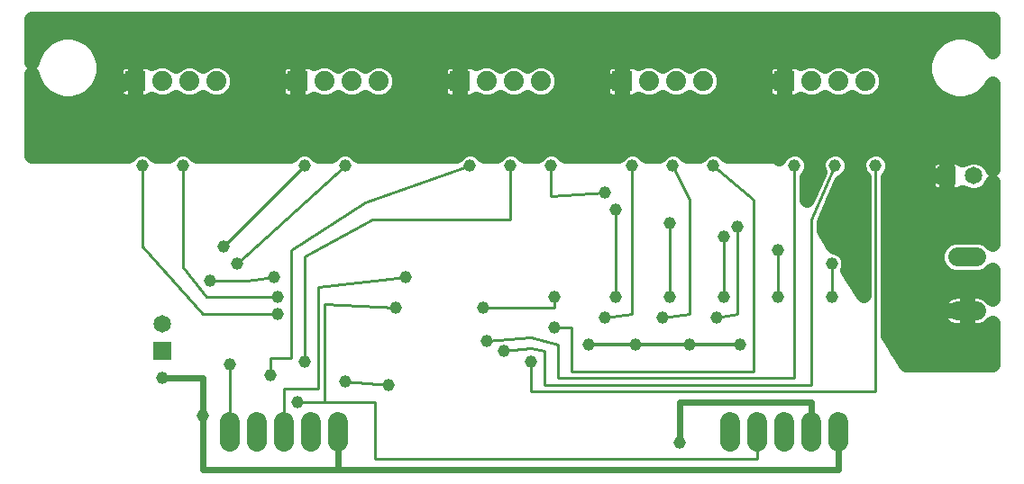
<source format=gbl>
G75*
G70*
%OFA0B0*%
%FSLAX24Y24*%
%IPPOS*%
%LPD*%
%AMOC8*
5,1,8,0,0,1.08239X$1,22.5*
%
%ADD10C,0.0650*%
%ADD11R,0.0650X0.0650*%
%ADD12C,0.0740*%
%ADD13R,0.0740X0.0740*%
%ADD14C,0.0740*%
%ADD15C,0.0710*%
%ADD16C,0.0460*%
%ADD17C,0.0120*%
%ADD18C,0.0240*%
%ADD19C,0.0560*%
%ADD20C,0.0100*%
D10*
X005600Y006100D03*
X035600Y011600D03*
D11*
X034600Y011600D03*
X005600Y005100D03*
D12*
X008100Y002470D02*
X008100Y001730D01*
X009100Y001730D02*
X009100Y002470D01*
X010100Y002470D02*
X010100Y001730D01*
X011100Y001730D02*
X011100Y002470D01*
X012100Y002470D02*
X012100Y001730D01*
X026600Y001730D02*
X026600Y002470D01*
X027600Y002470D02*
X027600Y001730D01*
X028600Y001730D02*
X028600Y002470D01*
X029600Y002470D02*
X029600Y001730D01*
X030600Y001730D02*
X030600Y002470D01*
D13*
X028600Y015100D03*
X022600Y015100D03*
X016600Y015100D03*
X010600Y015100D03*
X004600Y015100D03*
D14*
X005600Y015100D03*
X006600Y015100D03*
X007600Y015100D03*
X011600Y015100D03*
X012600Y015100D03*
X013600Y015100D03*
X017600Y015100D03*
X018600Y015100D03*
X019600Y015100D03*
X023600Y015100D03*
X024600Y015100D03*
X025600Y015100D03*
X029600Y015100D03*
X030600Y015100D03*
X031600Y015100D03*
D15*
X034995Y008600D02*
X035705Y008600D01*
X035705Y006600D02*
X034995Y006600D01*
D16*
X030350Y007100D03*
X028350Y007100D03*
X026350Y007100D03*
X026100Y006350D03*
X026975Y005350D03*
X025100Y005350D03*
X024100Y006350D03*
X024350Y007100D03*
X022350Y007100D03*
X021975Y006350D03*
X021350Y005350D03*
X020100Y005975D03*
X018225Y005100D03*
X017600Y005475D03*
X019225Y004725D03*
X023100Y005350D03*
X020100Y007100D03*
X017475Y006725D03*
X014600Y007850D03*
X014225Y006725D03*
X010850Y004725D03*
X009600Y004225D03*
X008100Y004600D03*
X005600Y004100D03*
X007100Y002725D03*
X010600Y003225D03*
X012350Y003975D03*
X013975Y003850D03*
X009850Y006475D03*
X009850Y007100D03*
X009725Y007850D03*
X008350Y008350D03*
X007350Y007725D03*
X007850Y008975D03*
X006350Y011975D03*
X004850Y011975D03*
X001600Y012600D03*
X010850Y011975D03*
X012350Y011975D03*
X016975Y011975D03*
X018475Y011975D03*
X019975Y011975D03*
X021975Y010975D03*
X022350Y010350D03*
X024350Y009850D03*
X026350Y009350D03*
X026850Y009725D03*
X028350Y008850D03*
X030350Y008350D03*
X030475Y011975D03*
X028975Y011975D03*
X025975Y011975D03*
X024475Y011975D03*
X022975Y011975D03*
X031975Y011975D03*
X024725Y001725D03*
D17*
X025100Y005350D02*
X023100Y005350D01*
X021350Y005350D01*
X025100Y005350D02*
X026975Y005350D01*
D18*
X007100Y002725D02*
X007100Y000725D01*
X012100Y000725D01*
X030600Y000725D01*
X030600Y002100D01*
X029600Y002100D02*
X029600Y003225D01*
X024725Y003225D01*
X024725Y001725D01*
X012100Y002100D02*
X012100Y000725D01*
X007100Y002725D02*
X007100Y004100D01*
X005600Y004100D01*
D19*
X005366Y012350D02*
X005207Y012509D01*
X004975Y012605D01*
X004725Y012605D01*
X004493Y012509D01*
X004334Y012350D01*
X000780Y012350D01*
X000780Y015388D01*
X000861Y015087D01*
X001036Y014783D01*
X001283Y014536D01*
X001587Y014361D01*
X001925Y014270D01*
X002275Y014270D01*
X002613Y014361D01*
X002917Y014536D01*
X003164Y014783D01*
X003339Y015087D01*
X003430Y015425D01*
X003430Y015775D01*
X003339Y016113D01*
X003164Y016417D01*
X002917Y016664D01*
X002613Y016839D01*
X002275Y016930D01*
X001925Y016930D01*
X001587Y016839D01*
X001283Y016664D01*
X001036Y016417D01*
X000861Y016113D01*
X000780Y015812D01*
X000780Y017416D01*
X036290Y017416D01*
X036290Y016199D01*
X036164Y016417D01*
X035917Y016664D01*
X035613Y016839D01*
X035275Y016930D01*
X034925Y016930D01*
X034587Y016839D01*
X034283Y016664D01*
X034036Y016417D01*
X033861Y016113D01*
X033770Y015775D01*
X033770Y015425D01*
X033861Y015087D01*
X034036Y014783D01*
X034283Y014536D01*
X034587Y014361D01*
X034925Y014270D01*
X035275Y014270D01*
X035613Y014361D01*
X035917Y014536D01*
X036164Y014783D01*
X036290Y015001D01*
X036290Y011829D01*
X036215Y012011D01*
X036011Y012215D01*
X035744Y012325D01*
X035456Y012325D01*
X035189Y012215D01*
X035181Y012206D01*
X035167Y012220D01*
X035105Y012262D01*
X035036Y012290D01*
X034962Y012305D01*
X034600Y012305D01*
X034600Y011600D01*
X034600Y011600D01*
X034600Y010895D01*
X034962Y010895D01*
X035036Y010910D01*
X035105Y010938D01*
X035167Y010980D01*
X035181Y010994D01*
X035189Y010985D01*
X035456Y010875D01*
X035744Y010875D01*
X036011Y010985D01*
X036215Y011189D01*
X036290Y011371D01*
X036290Y009083D01*
X036133Y009240D01*
X035855Y009355D01*
X034845Y009355D01*
X034567Y009240D01*
X034355Y009028D01*
X034240Y008750D01*
X034240Y008450D01*
X034355Y008172D01*
X034567Y007960D01*
X034845Y007845D01*
X035855Y007845D01*
X036133Y007960D01*
X036290Y008117D01*
X036290Y007045D01*
X036259Y007086D01*
X036191Y007154D01*
X036114Y007212D01*
X036031Y007261D01*
X035942Y007297D01*
X035849Y007322D01*
X035753Y007335D01*
X035350Y007335D01*
X035350Y006600D01*
X035350Y006600D01*
X035350Y007335D01*
X034947Y007335D01*
X034851Y007322D01*
X034758Y007297D01*
X034669Y007261D01*
X034586Y007212D01*
X034509Y007154D01*
X034441Y007086D01*
X034383Y007009D01*
X034334Y006926D01*
X034298Y006837D01*
X034273Y006744D01*
X034260Y006648D01*
X034260Y006600D01*
X035350Y006600D01*
X035350Y005865D01*
X035753Y005865D01*
X035849Y005878D01*
X035942Y005903D01*
X036031Y005939D01*
X036114Y005988D01*
X036191Y006046D01*
X036259Y006114D01*
X036290Y006155D01*
X036290Y004600D01*
X033100Y004600D01*
X032425Y005701D01*
X032425Y011534D01*
X032509Y011618D01*
X032605Y011850D01*
X032605Y012100D01*
X032509Y012332D01*
X032332Y012509D01*
X032100Y012605D01*
X031850Y012605D01*
X031618Y012509D01*
X031441Y012332D01*
X031345Y012100D01*
X031345Y011850D01*
X031441Y011618D01*
X031525Y011534D01*
X031525Y007170D01*
X030939Y008126D01*
X030980Y008225D01*
X030980Y008475D01*
X030884Y008707D01*
X030707Y008884D01*
X030475Y008980D01*
X030415Y008980D01*
X030050Y009576D01*
X030050Y009881D01*
X030711Y011391D01*
X030832Y011441D01*
X031009Y011618D01*
X031105Y011850D01*
X031105Y012100D01*
X031009Y012332D01*
X030832Y012509D01*
X030600Y012605D01*
X030350Y012605D01*
X030118Y012509D01*
X029941Y012332D01*
X029845Y012100D01*
X029845Y011850D01*
X029886Y011751D01*
X029425Y010698D01*
X029425Y011534D01*
X029509Y011618D01*
X029605Y011850D01*
X029605Y012100D01*
X029509Y012332D01*
X029332Y012509D01*
X029100Y012605D01*
X028850Y012605D01*
X028618Y012509D01*
X028441Y012332D01*
X028409Y012254D01*
X028350Y012350D01*
X026491Y012350D01*
X026332Y012509D01*
X026100Y012605D01*
X025850Y012605D01*
X025618Y012509D01*
X025459Y012350D01*
X024991Y012350D01*
X024832Y012509D01*
X024600Y012605D01*
X024350Y012605D01*
X024118Y012509D01*
X023959Y012350D01*
X023491Y012350D01*
X023332Y012509D01*
X023100Y012605D01*
X022850Y012605D01*
X022618Y012509D01*
X022459Y012350D01*
X020491Y012350D01*
X020332Y012509D01*
X020100Y012605D01*
X019850Y012605D01*
X019618Y012509D01*
X019459Y012350D01*
X018991Y012350D01*
X018832Y012509D01*
X018600Y012605D01*
X018350Y012605D01*
X018118Y012509D01*
X017959Y012350D01*
X017491Y012350D01*
X017332Y012509D01*
X017100Y012605D01*
X016850Y012605D01*
X016618Y012509D01*
X016459Y012350D01*
X012866Y012350D01*
X012707Y012509D01*
X012475Y012605D01*
X012225Y012605D01*
X011993Y012509D01*
X011834Y012350D01*
X011366Y012350D01*
X011207Y012509D01*
X010975Y012605D01*
X010725Y012605D01*
X010493Y012509D01*
X010334Y012350D01*
X006866Y012350D01*
X006707Y012509D01*
X006475Y012605D01*
X006225Y012605D01*
X005993Y012509D01*
X005834Y012350D01*
X005366Y012350D01*
X005329Y012387D02*
X005871Y012387D01*
X006829Y012387D02*
X010371Y012387D01*
X011329Y012387D02*
X011871Y012387D01*
X012829Y012387D02*
X016496Y012387D01*
X017454Y012387D02*
X017996Y012387D01*
X018954Y012387D02*
X019496Y012387D01*
X020454Y012387D02*
X022496Y012387D01*
X023454Y012387D02*
X023996Y012387D01*
X024954Y012387D02*
X025496Y012387D01*
X026454Y012387D02*
X028496Y012387D01*
X029454Y012387D02*
X029996Y012387D01*
X029854Y011829D02*
X029596Y011829D01*
X029675Y011270D02*
X029425Y011270D01*
X029425Y010712D02*
X029431Y010712D01*
X030413Y010712D02*
X031525Y010712D01*
X032425Y010712D02*
X036290Y010712D01*
X036290Y011270D02*
X036248Y011270D01*
X034600Y011270D02*
X034600Y011270D01*
X034164Y010910D02*
X034095Y010938D01*
X034033Y010980D01*
X033980Y011033D01*
X033938Y011095D01*
X033910Y011164D01*
X033895Y011238D01*
X033895Y011600D01*
X034600Y011600D01*
X034600Y011600D01*
X034600Y011600D01*
X034600Y012305D01*
X034238Y012305D01*
X034164Y012290D01*
X034095Y012262D01*
X034033Y012220D01*
X033980Y012167D01*
X033938Y012105D01*
X033910Y012036D01*
X033895Y011962D01*
X033895Y011600D01*
X034600Y011600D01*
X034600Y010895D01*
X034238Y010895D01*
X034164Y010910D01*
X033895Y011270D02*
X032425Y011270D01*
X031525Y011270D02*
X030658Y011270D01*
X031096Y011829D02*
X031354Y011829D01*
X031496Y012387D02*
X030954Y012387D01*
X032454Y012387D02*
X036290Y012387D01*
X036290Y012946D02*
X000780Y012946D01*
X000780Y013504D02*
X036290Y013504D01*
X036290Y014063D02*
X000780Y014063D01*
X000780Y014621D02*
X001198Y014621D01*
X000836Y015180D02*
X000780Y015180D01*
X003002Y014621D02*
X003864Y014621D01*
X003865Y014619D02*
X003893Y014550D01*
X003935Y014488D01*
X003988Y014435D01*
X004050Y014393D01*
X004119Y014365D01*
X004193Y014350D01*
X004600Y014350D01*
X005007Y014350D01*
X005081Y014365D01*
X005150Y014393D01*
X005205Y014430D01*
X005447Y014330D01*
X005753Y014330D01*
X006036Y014447D01*
X006100Y014511D01*
X006164Y014447D01*
X006447Y014330D01*
X006753Y014330D01*
X007036Y014447D01*
X007100Y014511D01*
X007164Y014447D01*
X007447Y014330D01*
X007753Y014330D01*
X008036Y014447D01*
X008253Y014664D01*
X008370Y014947D01*
X008370Y015253D01*
X008253Y015536D01*
X008036Y015753D01*
X007753Y015870D01*
X007447Y015870D01*
X007164Y015753D01*
X007100Y015689D01*
X007036Y015753D01*
X006753Y015870D01*
X006447Y015870D01*
X006164Y015753D01*
X006100Y015689D01*
X006036Y015753D01*
X005753Y015870D01*
X005447Y015870D01*
X005205Y015770D01*
X005150Y015807D01*
X005081Y015835D01*
X005007Y015850D01*
X004600Y015850D01*
X004600Y015100D01*
X004600Y015100D01*
X004600Y014350D01*
X004600Y015100D01*
X004600Y015100D01*
X004600Y015100D01*
X003850Y015100D01*
X003850Y015507D01*
X003865Y015581D01*
X003893Y015650D01*
X003935Y015712D01*
X003988Y015765D01*
X004050Y015807D01*
X004119Y015835D01*
X004193Y015850D01*
X004600Y015850D01*
X004600Y015100D01*
X003850Y015100D01*
X003850Y014693D01*
X003865Y014619D01*
X004600Y014621D02*
X004600Y014621D01*
X004600Y015180D02*
X004600Y015180D01*
X003850Y015180D02*
X003364Y015180D01*
X003430Y015738D02*
X003961Y015738D01*
X004600Y015738D02*
X004600Y015738D01*
X006051Y015738D02*
X006149Y015738D01*
X007051Y015738D02*
X007149Y015738D01*
X008051Y015738D02*
X009961Y015738D01*
X009935Y015712D02*
X009893Y015650D01*
X009865Y015581D01*
X009850Y015507D01*
X009850Y015100D01*
X010600Y015100D01*
X010600Y015100D01*
X010600Y015850D01*
X011007Y015850D01*
X011081Y015835D01*
X011150Y015807D01*
X011205Y015770D01*
X011447Y015870D01*
X011753Y015870D01*
X012036Y015753D01*
X012100Y015689D01*
X012164Y015753D01*
X012447Y015870D01*
X012753Y015870D01*
X013036Y015753D01*
X013100Y015689D01*
X013164Y015753D01*
X013447Y015870D01*
X013753Y015870D01*
X014036Y015753D01*
X014253Y015536D01*
X014370Y015253D01*
X014370Y014947D01*
X014253Y014664D01*
X014036Y014447D01*
X013753Y014330D01*
X013447Y014330D01*
X013164Y014447D01*
X013100Y014511D01*
X013036Y014447D01*
X012753Y014330D01*
X012447Y014330D01*
X012164Y014447D01*
X012100Y014511D01*
X012036Y014447D01*
X011753Y014330D01*
X011447Y014330D01*
X011205Y014430D01*
X011150Y014393D01*
X011081Y014365D01*
X011007Y014350D01*
X010600Y014350D01*
X010600Y015100D01*
X010600Y015100D01*
X010600Y015100D01*
X010600Y015850D01*
X010193Y015850D01*
X010119Y015835D01*
X010050Y015807D01*
X009988Y015765D01*
X009935Y015712D01*
X010600Y015738D02*
X010600Y015738D01*
X010600Y015180D02*
X010600Y015180D01*
X010600Y015100D02*
X009850Y015100D01*
X009850Y014693D01*
X009865Y014619D01*
X009893Y014550D01*
X009935Y014488D01*
X009988Y014435D01*
X010050Y014393D01*
X010119Y014365D01*
X010193Y014350D01*
X010600Y014350D01*
X010600Y015100D01*
X010600Y014621D02*
X010600Y014621D01*
X009864Y014621D02*
X008210Y014621D01*
X008370Y015180D02*
X009850Y015180D01*
X012051Y015738D02*
X012149Y015738D01*
X013051Y015738D02*
X013149Y015738D01*
X014051Y015738D02*
X015961Y015738D01*
X015935Y015712D02*
X015893Y015650D01*
X015865Y015581D01*
X015850Y015507D01*
X015850Y015100D01*
X016600Y015100D01*
X016600Y015100D01*
X016600Y015850D01*
X017007Y015850D01*
X017081Y015835D01*
X017150Y015807D01*
X017205Y015770D01*
X017447Y015870D01*
X017753Y015870D01*
X018036Y015753D01*
X018100Y015689D01*
X018164Y015753D01*
X018447Y015870D01*
X018753Y015870D01*
X019036Y015753D01*
X019100Y015689D01*
X019164Y015753D01*
X019447Y015870D01*
X019753Y015870D01*
X020036Y015753D01*
X020253Y015536D01*
X020370Y015253D01*
X020370Y014947D01*
X020253Y014664D01*
X020036Y014447D01*
X019753Y014330D01*
X019447Y014330D01*
X019164Y014447D01*
X019100Y014511D01*
X019036Y014447D01*
X018753Y014330D01*
X018447Y014330D01*
X018164Y014447D01*
X018100Y014511D01*
X018036Y014447D01*
X017753Y014330D01*
X017447Y014330D01*
X017205Y014430D01*
X017150Y014393D01*
X017081Y014365D01*
X017007Y014350D01*
X016600Y014350D01*
X016600Y015100D01*
X016600Y015100D01*
X016600Y015100D01*
X016600Y015850D01*
X016193Y015850D01*
X016119Y015835D01*
X016050Y015807D01*
X015988Y015765D01*
X015935Y015712D01*
X016600Y015738D02*
X016600Y015738D01*
X016600Y015180D02*
X016600Y015180D01*
X016600Y015100D02*
X015850Y015100D01*
X015850Y014693D01*
X015865Y014619D01*
X015893Y014550D01*
X015935Y014488D01*
X015988Y014435D01*
X016050Y014393D01*
X016119Y014365D01*
X016193Y014350D01*
X016600Y014350D01*
X016600Y015100D01*
X016600Y014621D02*
X016600Y014621D01*
X015864Y014621D02*
X014210Y014621D01*
X014370Y015180D02*
X015850Y015180D01*
X018051Y015738D02*
X018149Y015738D01*
X019051Y015738D02*
X019149Y015738D01*
X020051Y015738D02*
X021961Y015738D01*
X021935Y015712D02*
X021893Y015650D01*
X021865Y015581D01*
X021850Y015507D01*
X021850Y015100D01*
X022600Y015100D01*
X022600Y015100D01*
X022600Y015850D01*
X023007Y015850D01*
X023081Y015835D01*
X023150Y015807D01*
X023205Y015770D01*
X023447Y015870D01*
X023753Y015870D01*
X024036Y015753D01*
X024100Y015689D01*
X024164Y015753D01*
X024447Y015870D01*
X024753Y015870D01*
X025036Y015753D01*
X025100Y015689D01*
X025164Y015753D01*
X025447Y015870D01*
X025753Y015870D01*
X026036Y015753D01*
X026253Y015536D01*
X026370Y015253D01*
X026370Y014947D01*
X026253Y014664D01*
X026036Y014447D01*
X025753Y014330D01*
X025447Y014330D01*
X025164Y014447D01*
X025100Y014511D01*
X025036Y014447D01*
X024753Y014330D01*
X024447Y014330D01*
X024164Y014447D01*
X024100Y014511D01*
X024036Y014447D01*
X023753Y014330D01*
X023447Y014330D01*
X023205Y014430D01*
X023150Y014393D01*
X023081Y014365D01*
X023007Y014350D01*
X022600Y014350D01*
X022600Y015100D01*
X022600Y015100D01*
X022600Y015100D01*
X022600Y015850D01*
X022193Y015850D01*
X022119Y015835D01*
X022050Y015807D01*
X021988Y015765D01*
X021935Y015712D01*
X022600Y015738D02*
X022600Y015738D01*
X022600Y015180D02*
X022600Y015180D01*
X022600Y015100D02*
X021850Y015100D01*
X021850Y014693D01*
X021865Y014619D01*
X021893Y014550D01*
X021935Y014488D01*
X021988Y014435D01*
X022050Y014393D01*
X022119Y014365D01*
X022193Y014350D01*
X022600Y014350D01*
X022600Y015100D01*
X022600Y014621D02*
X022600Y014621D01*
X021864Y014621D02*
X020210Y014621D01*
X020370Y015180D02*
X021850Y015180D01*
X024051Y015738D02*
X024149Y015738D01*
X025051Y015738D02*
X025149Y015738D01*
X026051Y015738D02*
X027961Y015738D01*
X027935Y015712D02*
X027893Y015650D01*
X027865Y015581D01*
X027850Y015507D01*
X027850Y015100D01*
X028600Y015100D01*
X028600Y015100D01*
X028600Y015850D01*
X029007Y015850D01*
X029081Y015835D01*
X029150Y015807D01*
X029205Y015770D01*
X029447Y015870D01*
X029753Y015870D01*
X030036Y015753D01*
X030100Y015689D01*
X030164Y015753D01*
X030447Y015870D01*
X030753Y015870D01*
X031036Y015753D01*
X031100Y015689D01*
X031164Y015753D01*
X031447Y015870D01*
X031753Y015870D01*
X032036Y015753D01*
X032253Y015536D01*
X032370Y015253D01*
X032370Y014947D01*
X032253Y014664D01*
X032036Y014447D01*
X031753Y014330D01*
X031447Y014330D01*
X031164Y014447D01*
X031100Y014511D01*
X031036Y014447D01*
X030753Y014330D01*
X030447Y014330D01*
X030164Y014447D01*
X030100Y014511D01*
X030036Y014447D01*
X029753Y014330D01*
X029447Y014330D01*
X029205Y014430D01*
X029150Y014393D01*
X029081Y014365D01*
X029007Y014350D01*
X028600Y014350D01*
X028600Y015100D01*
X028600Y015100D01*
X028600Y015100D01*
X028600Y015850D01*
X028193Y015850D01*
X028119Y015835D01*
X028050Y015807D01*
X027988Y015765D01*
X027935Y015712D01*
X028600Y015738D02*
X028600Y015738D01*
X028600Y015180D02*
X028600Y015180D01*
X028600Y015100D02*
X027850Y015100D01*
X027850Y014693D01*
X027865Y014619D01*
X027893Y014550D01*
X027935Y014488D01*
X027988Y014435D01*
X028050Y014393D01*
X028119Y014365D01*
X028193Y014350D01*
X028600Y014350D01*
X028600Y015100D01*
X028600Y014621D02*
X028600Y014621D01*
X027864Y014621D02*
X026210Y014621D01*
X026370Y015180D02*
X027850Y015180D01*
X030051Y015738D02*
X030149Y015738D01*
X031051Y015738D02*
X031149Y015738D01*
X032051Y015738D02*
X033770Y015738D01*
X033836Y015180D02*
X032370Y015180D01*
X032210Y014621D02*
X034198Y014621D01*
X036002Y014621D02*
X036290Y014621D01*
X036234Y016297D02*
X036290Y016297D01*
X036290Y016855D02*
X035555Y016855D01*
X034645Y016855D02*
X002555Y016855D01*
X001645Y016855D02*
X000780Y016855D01*
X000780Y016297D02*
X000966Y016297D01*
X000780Y017414D02*
X036290Y017414D01*
X033966Y016297D02*
X003234Y016297D01*
X004371Y012387D02*
X000780Y012387D01*
X030050Y009595D02*
X031525Y009595D01*
X032425Y009595D02*
X036290Y009595D01*
X036290Y010153D02*
X032425Y010153D01*
X031525Y010153D02*
X030169Y010153D01*
X030381Y009036D02*
X031525Y009036D01*
X032425Y009036D02*
X034363Y009036D01*
X034240Y008478D02*
X032425Y008478D01*
X031525Y008478D02*
X030979Y008478D01*
X031066Y007919D02*
X031525Y007919D01*
X032425Y007919D02*
X034666Y007919D01*
X036034Y007919D02*
X036290Y007919D01*
X036290Y007361D02*
X032425Y007361D01*
X031525Y007361D02*
X031408Y007361D01*
X032425Y006802D02*
X034288Y006802D01*
X034260Y006600D02*
X034260Y006552D01*
X034273Y006456D01*
X034298Y006363D01*
X034334Y006274D01*
X034383Y006191D01*
X034441Y006114D01*
X034509Y006046D01*
X034586Y005988D01*
X034669Y005939D01*
X034758Y005903D01*
X034851Y005878D01*
X034947Y005865D01*
X035350Y005865D01*
X035350Y006600D01*
X035350Y006600D01*
X035350Y006600D01*
X034260Y006600D01*
X034352Y006244D02*
X032425Y006244D01*
X032435Y005685D02*
X036290Y005685D01*
X036290Y005127D02*
X032777Y005127D01*
X035350Y006244D02*
X035350Y006244D01*
X035350Y006802D02*
X035350Y006802D01*
X034600Y011829D02*
X034600Y011829D01*
X033895Y011829D02*
X032596Y011829D01*
D20*
X031975Y011975D02*
X031975Y003600D01*
X019225Y003600D01*
X019225Y004725D01*
X019225Y005225D02*
X018225Y005100D01*
X017600Y005475D02*
X019225Y005600D01*
X020225Y005350D01*
X020225Y004100D01*
X028975Y004100D01*
X028975Y011975D01*
X030475Y011975D02*
X029600Y009975D01*
X029600Y003850D01*
X019725Y003850D01*
X019725Y005100D01*
X019225Y005225D01*
X020100Y005975D02*
X020725Y005975D01*
X020725Y004350D01*
X027475Y004350D01*
X027475Y010725D01*
X025975Y011975D01*
X024475Y011975D02*
X025100Y010725D01*
X025100Y006475D01*
X024100Y006350D01*
X022975Y006475D02*
X022975Y011975D01*
X021975Y010975D02*
X019975Y010850D01*
X019975Y011975D01*
X018475Y011975D02*
X018475Y009975D01*
X013350Y009975D01*
X010850Y008600D01*
X010850Y004725D01*
X010350Y004850D02*
X010350Y008850D01*
X013100Y010600D01*
X016975Y011975D01*
X012350Y011975D02*
X008350Y008350D01*
X008725Y007725D02*
X007350Y007725D01*
X007225Y007100D02*
X006350Y008225D01*
X006350Y011975D01*
X004850Y011975D02*
X004850Y008975D01*
X007100Y006475D01*
X009850Y006475D01*
X009850Y007100D02*
X007225Y007100D01*
X008725Y007725D02*
X009725Y007850D01*
X011350Y007475D02*
X011350Y003725D01*
X010100Y003725D01*
X010100Y002100D01*
X008100Y002100D02*
X008100Y004600D01*
X009600Y004850D02*
X009600Y004225D01*
X009600Y004850D02*
X010350Y004850D01*
X012350Y003975D02*
X013975Y003850D01*
X013475Y003225D02*
X011600Y003225D01*
X010600Y003225D01*
X011600Y003225D02*
X011600Y006850D01*
X014225Y006725D01*
X014600Y007850D02*
X011350Y007475D01*
X007850Y008975D02*
X010850Y011975D01*
X004600Y015100D02*
X001600Y012600D01*
X017475Y006725D02*
X020100Y006725D01*
X020100Y007100D01*
X021975Y006350D02*
X022975Y006475D01*
X022350Y007100D02*
X022350Y010350D01*
X024350Y009850D02*
X024350Y007100D01*
X026100Y006350D02*
X026850Y006475D01*
X026850Y009725D01*
X026350Y009350D02*
X026350Y007100D01*
X028350Y007100D02*
X028350Y008850D01*
X030350Y008350D02*
X030350Y007100D01*
X027600Y002100D02*
X027600Y001100D01*
X013475Y001100D01*
X013475Y003225D01*
M02*

</source>
